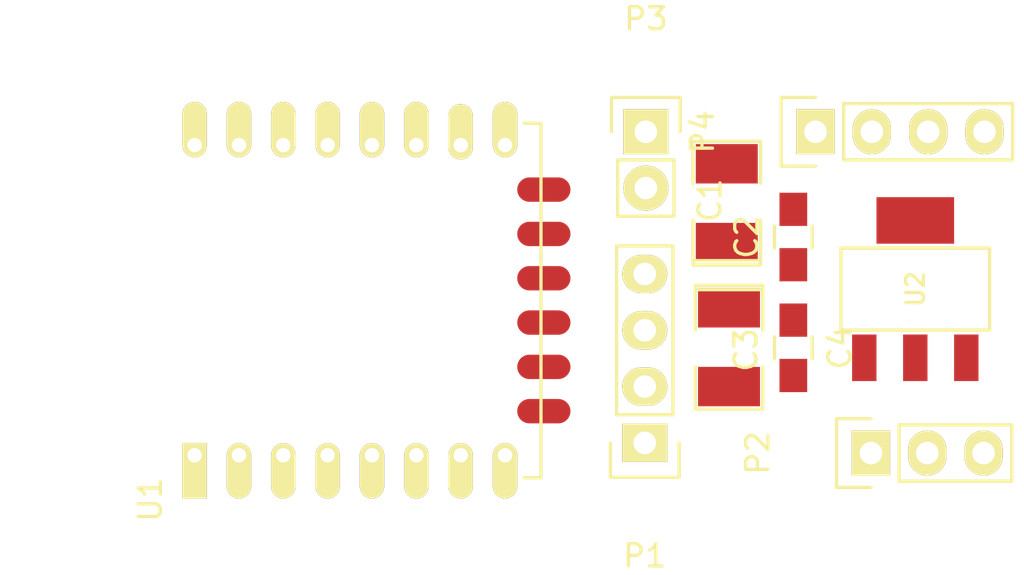
<source format=kicad_pcb>
(kicad_pcb (version 4) (host pcbnew 4.0.2+dfsg1-stable)

  (general
    (links 26)
    (no_connects 26)
    (area 130.024999 87.775 176.625001 114.179762)
    (thickness 1.6)
    (drawings 0)
    (tracks 0)
    (zones 0)
    (modules 10)
    (nets 10)
  )

  (page A4)
  (layers
    (0 F.Cu signal)
    (31 B.Cu signal)
    (32 B.Adhes user)
    (33 F.Adhes user)
    (34 B.Paste user)
    (35 F.Paste user)
    (36 B.SilkS user)
    (37 F.SilkS user)
    (38 B.Mask user)
    (39 F.Mask user)
    (40 Dwgs.User user)
    (41 Cmts.User user)
    (42 Eco1.User user)
    (43 Eco2.User user)
    (44 Edge.Cuts user)
    (45 Margin user)
    (46 B.CrtYd user)
    (47 F.CrtYd user)
    (48 B.Fab user)
    (49 F.Fab user)
  )

  (setup
    (last_trace_width 0.4)
    (trace_clearance 0.2)
    (zone_clearance 0.508)
    (zone_45_only no)
    (trace_min 0.2)
    (segment_width 0.2)
    (edge_width 0.15)
    (via_size 0.6)
    (via_drill 0.4)
    (via_min_size 0.4)
    (via_min_drill 0.3)
    (uvia_size 0.3)
    (uvia_drill 0.1)
    (uvias_allowed no)
    (uvia_min_size 0.2)
    (uvia_min_drill 0.1)
    (pcb_text_width 0.3)
    (pcb_text_size 1.5 1.5)
    (mod_edge_width 0.15)
    (mod_text_size 1 1)
    (mod_text_width 0.15)
    (pad_size 1.524 1.524)
    (pad_drill 0.762)
    (pad_to_mask_clearance 0.2)
    (aux_axis_origin 0 0)
    (visible_elements FFFFFF7F)
    (pcbplotparams
      (layerselection 0x00030_80000001)
      (usegerberextensions false)
      (excludeedgelayer true)
      (linewidth 0.100000)
      (plotframeref false)
      (viasonmask false)
      (mode 1)
      (useauxorigin false)
      (hpglpennumber 1)
      (hpglpenspeed 20)
      (hpglpendiameter 15)
      (hpglpenoverlay 2)
      (psnegative false)
      (psa4output false)
      (plotreference true)
      (plotvalue true)
      (plotinvisibletext false)
      (padsonsilk false)
      (subtractmaskfromsilk false)
      (outputformat 1)
      (mirror false)
      (drillshape 1)
      (scaleselection 1)
      (outputdirectory ""))
  )

  (net 0 "")
  (net 1 GND)
  (net 2 "Net-(P1-Pad2)")
  (net 3 "Net-(P1-Pad3)")
  (net 4 +3V3)
  (net 5 +5V)
  (net 6 BB_LINE)
  (net 7 PRG)
  (net 8 TRG)
  (net 9 ECHO)

  (net_class Default "This is the default net class."
    (clearance 0.2)
    (trace_width 0.4)
    (via_dia 0.6)
    (via_drill 0.4)
    (uvia_dia 0.3)
    (uvia_drill 0.1)
    (add_net +3V3)
    (add_net +5V)
    (add_net BB_LINE)
    (add_net ECHO)
    (add_net GND)
    (add_net "Net-(P1-Pad2)")
    (add_net "Net-(P1-Pad3)")
    (add_net PRG)
    (add_net TRG)
  )

  (module Pin_Headers:Pin_Header_Straight_1x04 (layer F.Cu) (tedit 0) (tstamp 58234DFE)
    (at 159.3 108.04 180)
    (descr "Through hole pin header")
    (tags "pin header")
    (path /58234CDA)
    (fp_text reference P1 (at 0 -5.1 180) (layer F.SilkS)
      (effects (font (size 1 1) (thickness 0.15)))
    )
    (fp_text value CONN_UART (at 0 -3.1 180) (layer F.Fab)
      (effects (font (size 1 1) (thickness 0.15)))
    )
    (fp_line (start -1.75 -1.75) (end -1.75 9.4) (layer F.CrtYd) (width 0.05))
    (fp_line (start 1.75 -1.75) (end 1.75 9.4) (layer F.CrtYd) (width 0.05))
    (fp_line (start -1.75 -1.75) (end 1.75 -1.75) (layer F.CrtYd) (width 0.05))
    (fp_line (start -1.75 9.4) (end 1.75 9.4) (layer F.CrtYd) (width 0.05))
    (fp_line (start -1.27 1.27) (end -1.27 8.89) (layer F.SilkS) (width 0.15))
    (fp_line (start 1.27 1.27) (end 1.27 8.89) (layer F.SilkS) (width 0.15))
    (fp_line (start 1.55 -1.55) (end 1.55 0) (layer F.SilkS) (width 0.15))
    (fp_line (start -1.27 8.89) (end 1.27 8.89) (layer F.SilkS) (width 0.15))
    (fp_line (start 1.27 1.27) (end -1.27 1.27) (layer F.SilkS) (width 0.15))
    (fp_line (start -1.55 0) (end -1.55 -1.55) (layer F.SilkS) (width 0.15))
    (fp_line (start -1.55 -1.55) (end 1.55 -1.55) (layer F.SilkS) (width 0.15))
    (pad 1 thru_hole rect (at 0 0 180) (size 2.032 1.7272) (drill 1.016) (layers *.Cu *.Mask F.SilkS)
      (net 1 GND))
    (pad 2 thru_hole oval (at 0 2.54 180) (size 2.032 1.7272) (drill 1.016) (layers *.Cu *.Mask F.SilkS)
      (net 2 "Net-(P1-Pad2)"))
    (pad 3 thru_hole oval (at 0 5.08 180) (size 2.032 1.7272) (drill 1.016) (layers *.Cu *.Mask F.SilkS)
      (net 3 "Net-(P1-Pad3)"))
    (pad 4 thru_hole oval (at 0 7.62 180) (size 2.032 1.7272) (drill 1.016) (layers *.Cu *.Mask F.SilkS)
      (net 4 +3V3))
    (model Pin_Headers.3dshapes/Pin_Header_Straight_1x04.wrl
      (at (xyz 0 -0.15 0))
      (scale (xyz 1 1 1))
      (rotate (xyz 0 0 90))
    )
  )

  (module ESP8266:ESP-12E (layer F.Cu) (tedit 559F8D21) (tstamp 58234E18)
    (at 139 108.6 90)
    (descr "Module, ESP-8266, ESP-12, 16 pad, SMD")
    (tags "Module ESP-8266 ESP8266")
    (path /58234C87)
    (fp_text reference U1 (at -2 -2 90) (layer F.SilkS)
      (effects (font (size 1 1) (thickness 0.15)))
    )
    (fp_text value ESP-12E (at 8 1 90) (layer F.Fab)
      (effects (font (size 1 1) (thickness 0.15)))
    )
    (fp_line (start -2.25 -0.5) (end -2.25 -8.75) (layer F.CrtYd) (width 0.05))
    (fp_line (start -2.25 -8.75) (end 15.25 -8.75) (layer F.CrtYd) (width 0.05))
    (fp_line (start 15.25 -8.75) (end 16.25 -8.75) (layer F.CrtYd) (width 0.05))
    (fp_line (start 16.25 -8.75) (end 16.25 16) (layer F.CrtYd) (width 0.05))
    (fp_line (start 16.25 16) (end -2.25 16) (layer F.CrtYd) (width 0.05))
    (fp_line (start -2.25 16) (end -2.25 -0.5) (layer F.CrtYd) (width 0.05))
    (fp_line (start -1.016 -8.382) (end 14.986 -8.382) (layer F.CrtYd) (width 0.1524))
    (fp_line (start 14.986 -8.382) (end 14.986 -0.889) (layer F.CrtYd) (width 0.1524))
    (fp_line (start -1.016 -8.382) (end -1.016 -1.016) (layer F.CrtYd) (width 0.1524))
    (fp_line (start -1.016 14.859) (end -1.016 15.621) (layer F.SilkS) (width 0.1524))
    (fp_line (start -1.016 15.621) (end 14.986 15.621) (layer F.SilkS) (width 0.1524))
    (fp_line (start 14.986 15.621) (end 14.986 14.859) (layer F.SilkS) (width 0.1524))
    (fp_line (start 14.992 -8.4) (end -1.008 -2.6) (layer F.CrtYd) (width 0.1524))
    (fp_line (start -1.008 -8.4) (end 14.992 -2.6) (layer F.CrtYd) (width 0.1524))
    (fp_text user "No Copper" (at 6.892 -5.4 90) (layer F.CrtYd)
      (effects (font (size 1 1) (thickness 0.15)))
    )
    (fp_line (start -1.008 -2.6) (end 14.992 -2.6) (layer F.CrtYd) (width 0.1524))
    (fp_line (start 15 -8.4) (end 15 15.6) (layer F.Fab) (width 0.05))
    (fp_line (start 14.992 15.6) (end -1.008 15.6) (layer F.Fab) (width 0.05))
    (fp_line (start -1.008 15.6) (end -1.008 -8.4) (layer F.Fab) (width 0.05))
    (fp_line (start -1.008 -8.4) (end 14.992 -8.4) (layer F.Fab) (width 0.05))
    (pad 1 thru_hole rect (at 0 0 90) (size 2.5 1.1) (drill 0.65 (offset -0.7 0)) (layers *.Cu *.Mask F.SilkS))
    (pad 2 thru_hole oval (at 0 2 90) (size 2.5 1.1) (drill 0.65 (offset -0.7 0)) (layers *.Cu *.Mask F.SilkS))
    (pad 3 thru_hole oval (at 0 4 90) (size 2.5 1.1) (drill 0.65 (offset -0.7 0)) (layers *.Cu *.Mask F.SilkS)
      (net 4 +3V3))
    (pad 4 thru_hole oval (at 0 6 90) (size 2.5 1.1) (drill 0.65 (offset -0.7 0)) (layers *.Cu *.Mask F.SilkS))
    (pad 5 thru_hole oval (at 0 8 90) (size 2.5 1.1) (drill 0.65 (offset -0.7 0)) (layers *.Cu *.Mask F.SilkS)
      (net 6 BB_LINE))
    (pad 6 thru_hole oval (at 0 10 90) (size 2.5 1.1) (drill 0.65 (offset -0.7 0)) (layers *.Cu *.Mask F.SilkS)
      (net 9 ECHO))
    (pad 7 thru_hole oval (at 0 12 90) (size 2.5 1.1) (drill 0.65 (offset -0.7 0)) (layers *.Cu *.Mask F.SilkS)
      (net 8 TRG))
    (pad 8 thru_hole oval (at 0 14 90) (size 2.5 1.1) (drill 0.65 (offset -0.7 0)) (layers *.Cu *.Mask F.SilkS)
      (net 4 +3V3))
    (pad 9 smd oval (at 1.99 15.75 180) (size 2.4 1.1) (layers F.Cu F.Paste F.Mask))
    (pad 10 smd oval (at 3.99 15.75 180) (size 2.4 1.1) (layers F.Cu F.Paste F.Mask))
    (pad 11 smd oval (at 5.99 15.75 180) (size 2.4 1.1) (layers F.Cu F.Paste F.Mask))
    (pad 12 smd oval (at 7.99 15.75 180) (size 2.4 1.1) (layers F.Cu F.Paste F.Mask))
    (pad 13 smd oval (at 9.99 15.75 180) (size 2.4 1.1) (layers F.Cu F.Paste F.Mask))
    (pad 14 smd oval (at 11.99 15.75 180) (size 2.4 1.1) (layers F.Cu F.Paste F.Mask))
    (pad 15 thru_hole oval (at 14 14 90) (size 2.5 1.1) (drill 0.65 (offset 0.7 0)) (layers *.Cu *.Mask F.SilkS)
      (net 1 GND))
    (pad 16 thru_hole oval (at 14 12 90) (size 2.5 1.1) (drill 0.65 (offset 0.6 0)) (layers *.Cu *.Mask F.SilkS)
      (net 1 GND))
    (pad 17 thru_hole oval (at 14 10 90) (size 2.5 1.1) (drill 0.65 (offset 0.7 0)) (layers *.Cu *.Mask F.SilkS)
      (net 4 +3V3))
    (pad 18 thru_hole oval (at 14 8 90) (size 2.5 1.1) (drill 0.65 (offset 0.7 0)) (layers *.Cu *.Mask F.SilkS)
      (net 7 PRG))
    (pad 19 thru_hole oval (at 14 6 90) (size 2.5 1.1) (drill 0.65 (offset 0.7 0)) (layers *.Cu *.Mask F.SilkS))
    (pad 20 thru_hole oval (at 14 4 90) (size 2.5 1.1) (drill 0.65 (offset 0.7 0)) (layers *.Cu *.Mask F.SilkS))
    (pad 21 thru_hole oval (at 14 2 90) (size 2.5 1.1) (drill 0.65 (offset 0.7 0)) (layers *.Cu *.Mask F.SilkS)
      (net 3 "Net-(P1-Pad3)"))
    (pad 22 thru_hole oval (at 14 0 90) (size 2.5 1.1) (drill 0.65 (offset 0.7 0)) (layers *.Cu *.Mask F.SilkS)
      (net 2 "Net-(P1-Pad2)"))
    (model ${ESPLIB}/ESP8266.3dshapes/ESP-12.wrl
      (at (xyz 0.04 0 0))
      (scale (xyz 0.3937 0.3937 0.3937))
      (rotate (xyz 0 0 0))
    )
  )

  (module SMD_Packages:SMD-1210_Pol (layer F.Cu) (tedit 0) (tstamp 58235571)
    (at 163 97.222 90)
    (tags "CMS SM")
    (path /58235378)
    (attr smd)
    (fp_text reference C1 (at 0.127 -0.762 90) (layer F.SilkS)
      (effects (font (size 1 1) (thickness 0.15)))
    )
    (fp_text value CP (at 0 0.762 90) (layer F.Fab)
      (effects (font (size 1 1) (thickness 0.15)))
    )
    (fp_line (start -2.794 -1.524) (end -2.794 1.524) (layer F.SilkS) (width 0.15))
    (fp_line (start 0.889 1.524) (end 2.794 1.524) (layer F.SilkS) (width 0.15))
    (fp_line (start 2.794 1.524) (end 2.794 -1.524) (layer F.SilkS) (width 0.15))
    (fp_line (start 2.794 -1.524) (end 0.889 -1.524) (layer F.SilkS) (width 0.15))
    (fp_line (start -0.762 -1.524) (end -2.794 -1.524) (layer F.SilkS) (width 0.15))
    (fp_line (start -2.594 -1.524) (end -2.594 1.524) (layer F.SilkS) (width 0.15))
    (fp_line (start -2.794 1.524) (end -0.762 1.524) (layer F.SilkS) (width 0.15))
    (pad 1 smd rect (at -1.778 0 90) (size 1.778 2.794) (layers F.Cu F.Paste F.Mask)
      (net 5 +5V))
    (pad 2 smd rect (at 1.778 0 90) (size 1.778 2.794) (layers F.Cu F.Paste F.Mask)
      (net 1 GND))
    (model SMD_Packages.3dshapes/SMD-1210_Pol.wrl
      (at (xyz 0 0 0))
      (scale (xyz 0.2 0.2 0.2))
      (rotate (xyz 0 0 0))
    )
  )

  (module Capacitors_SMD:C_0805_HandSoldering (layer F.Cu) (tedit 541A9B8D) (tstamp 58235577)
    (at 166 98.75 90)
    (descr "Capacitor SMD 0805, hand soldering")
    (tags "capacitor 0805")
    (path /58235343)
    (attr smd)
    (fp_text reference C2 (at 0 -2.1 90) (layer F.SilkS)
      (effects (font (size 1 1) (thickness 0.15)))
    )
    (fp_text value C (at 0 2.1 90) (layer F.Fab)
      (effects (font (size 1 1) (thickness 0.15)))
    )
    (fp_line (start -2.3 -1) (end 2.3 -1) (layer F.CrtYd) (width 0.05))
    (fp_line (start -2.3 1) (end 2.3 1) (layer F.CrtYd) (width 0.05))
    (fp_line (start -2.3 -1) (end -2.3 1) (layer F.CrtYd) (width 0.05))
    (fp_line (start 2.3 -1) (end 2.3 1) (layer F.CrtYd) (width 0.05))
    (fp_line (start 0.5 -0.85) (end -0.5 -0.85) (layer F.SilkS) (width 0.15))
    (fp_line (start -0.5 0.85) (end 0.5 0.85) (layer F.SilkS) (width 0.15))
    (pad 1 smd rect (at -1.25 0 90) (size 1.5 1.25) (layers F.Cu F.Paste F.Mask)
      (net 5 +5V))
    (pad 2 smd rect (at 1.25 0 90) (size 1.5 1.25) (layers F.Cu F.Paste F.Mask)
      (net 1 GND))
    (model Capacitors_SMD.3dshapes/C_0805_HandSoldering.wrl
      (at (xyz 0 0 0))
      (scale (xyz 1 1 1))
      (rotate (xyz 0 0 0))
    )
  )

  (module SMD_Packages:SMD-1210_Pol (layer F.Cu) (tedit 0) (tstamp 5823557D)
    (at 163.1 103.722 270)
    (tags "CMS SM")
    (path /58235437)
    (attr smd)
    (fp_text reference C3 (at 0.127 -0.762 270) (layer F.SilkS)
      (effects (font (size 1 1) (thickness 0.15)))
    )
    (fp_text value CP (at 0 0.762 270) (layer F.Fab)
      (effects (font (size 1 1) (thickness 0.15)))
    )
    (fp_line (start -2.794 -1.524) (end -2.794 1.524) (layer F.SilkS) (width 0.15))
    (fp_line (start 0.889 1.524) (end 2.794 1.524) (layer F.SilkS) (width 0.15))
    (fp_line (start 2.794 1.524) (end 2.794 -1.524) (layer F.SilkS) (width 0.15))
    (fp_line (start 2.794 -1.524) (end 0.889 -1.524) (layer F.SilkS) (width 0.15))
    (fp_line (start -0.762 -1.524) (end -2.794 -1.524) (layer F.SilkS) (width 0.15))
    (fp_line (start -2.594 -1.524) (end -2.594 1.524) (layer F.SilkS) (width 0.15))
    (fp_line (start -2.794 1.524) (end -0.762 1.524) (layer F.SilkS) (width 0.15))
    (pad 1 smd rect (at -1.778 0 270) (size 1.778 2.794) (layers F.Cu F.Paste F.Mask)
      (net 4 +3V3))
    (pad 2 smd rect (at 1.778 0 270) (size 1.778 2.794) (layers F.Cu F.Paste F.Mask)
      (net 1 GND))
    (model SMD_Packages.3dshapes/SMD-1210_Pol.wrl
      (at (xyz 0 0 0))
      (scale (xyz 0.2 0.2 0.2))
      (rotate (xyz 0 0 0))
    )
  )

  (module Capacitors_SMD:C_0805_HandSoldering (layer F.Cu) (tedit 541A9B8D) (tstamp 58235583)
    (at 166 103.75 270)
    (descr "Capacitor SMD 0805, hand soldering")
    (tags "capacitor 0805")
    (path /58235431)
    (attr smd)
    (fp_text reference C4 (at 0 -2.1 270) (layer F.SilkS)
      (effects (font (size 1 1) (thickness 0.15)))
    )
    (fp_text value C (at 0 2.1 270) (layer F.Fab)
      (effects (font (size 1 1) (thickness 0.15)))
    )
    (fp_line (start -2.3 -1) (end 2.3 -1) (layer F.CrtYd) (width 0.05))
    (fp_line (start -2.3 1) (end 2.3 1) (layer F.CrtYd) (width 0.05))
    (fp_line (start -2.3 -1) (end -2.3 1) (layer F.CrtYd) (width 0.05))
    (fp_line (start 2.3 -1) (end 2.3 1) (layer F.CrtYd) (width 0.05))
    (fp_line (start 0.5 -0.85) (end -0.5 -0.85) (layer F.SilkS) (width 0.15))
    (fp_line (start -0.5 0.85) (end 0.5 0.85) (layer F.SilkS) (width 0.15))
    (pad 1 smd rect (at -1.25 0 270) (size 1.5 1.25) (layers F.Cu F.Paste F.Mask)
      (net 4 +3V3))
    (pad 2 smd rect (at 1.25 0 270) (size 1.5 1.25) (layers F.Cu F.Paste F.Mask)
      (net 1 GND))
    (model Capacitors_SMD.3dshapes/C_0805_HandSoldering.wrl
      (at (xyz 0 0 0))
      (scale (xyz 1 1 1))
      (rotate (xyz 0 0 0))
    )
  )

  (module Pin_Headers:Pin_Header_Straight_1x03 (layer F.Cu) (tedit 0) (tstamp 5823558A)
    (at 169.5 108.5 90)
    (descr "Through hole pin header")
    (tags "pin header")
    (path /58235106)
    (fp_text reference P2 (at 0 -5.1 90) (layer F.SilkS)
      (effects (font (size 1 1) (thickness 0.15)))
    )
    (fp_text value CONN_WS2812 (at 0 -3.1 90) (layer F.Fab)
      (effects (font (size 1 1) (thickness 0.15)))
    )
    (fp_line (start -1.75 -1.75) (end -1.75 6.85) (layer F.CrtYd) (width 0.05))
    (fp_line (start 1.75 -1.75) (end 1.75 6.85) (layer F.CrtYd) (width 0.05))
    (fp_line (start -1.75 -1.75) (end 1.75 -1.75) (layer F.CrtYd) (width 0.05))
    (fp_line (start -1.75 6.85) (end 1.75 6.85) (layer F.CrtYd) (width 0.05))
    (fp_line (start -1.27 1.27) (end -1.27 6.35) (layer F.SilkS) (width 0.15))
    (fp_line (start -1.27 6.35) (end 1.27 6.35) (layer F.SilkS) (width 0.15))
    (fp_line (start 1.27 6.35) (end 1.27 1.27) (layer F.SilkS) (width 0.15))
    (fp_line (start 1.55 -1.55) (end 1.55 0) (layer F.SilkS) (width 0.15))
    (fp_line (start 1.27 1.27) (end -1.27 1.27) (layer F.SilkS) (width 0.15))
    (fp_line (start -1.55 0) (end -1.55 -1.55) (layer F.SilkS) (width 0.15))
    (fp_line (start -1.55 -1.55) (end 1.55 -1.55) (layer F.SilkS) (width 0.15))
    (pad 1 thru_hole rect (at 0 0 90) (size 2.032 1.7272) (drill 1.016) (layers *.Cu *.Mask F.SilkS)
      (net 4 +3V3))
    (pad 2 thru_hole oval (at 0 2.54 90) (size 2.032 1.7272) (drill 1.016) (layers *.Cu *.Mask F.SilkS)
      (net 6 BB_LINE))
    (pad 3 thru_hole oval (at 0 5.08 90) (size 2.032 1.7272) (drill 1.016) (layers *.Cu *.Mask F.SilkS)
      (net 1 GND))
    (model Pin_Headers.3dshapes/Pin_Header_Straight_1x03.wrl
      (at (xyz 0 -0.1 0))
      (scale (xyz 1 1 1))
      (rotate (xyz 0 0 90))
    )
  )

  (module Pin_Headers:Pin_Header_Straight_1x02 (layer F.Cu) (tedit 54EA090C) (tstamp 58235590)
    (at 159.35 94)
    (descr "Through hole pin header")
    (tags "pin header")
    (path /58235E04)
    (fp_text reference P3 (at 0 -5.1) (layer F.SilkS)
      (effects (font (size 1 1) (thickness 0.15)))
    )
    (fp_text value CONN_01X02 (at 0 -3.1) (layer F.Fab)
      (effects (font (size 1 1) (thickness 0.15)))
    )
    (fp_line (start 1.27 1.27) (end 1.27 3.81) (layer F.SilkS) (width 0.15))
    (fp_line (start 1.55 -1.55) (end 1.55 0) (layer F.SilkS) (width 0.15))
    (fp_line (start -1.75 -1.75) (end -1.75 4.3) (layer F.CrtYd) (width 0.05))
    (fp_line (start 1.75 -1.75) (end 1.75 4.3) (layer F.CrtYd) (width 0.05))
    (fp_line (start -1.75 -1.75) (end 1.75 -1.75) (layer F.CrtYd) (width 0.05))
    (fp_line (start -1.75 4.3) (end 1.75 4.3) (layer F.CrtYd) (width 0.05))
    (fp_line (start 1.27 1.27) (end -1.27 1.27) (layer F.SilkS) (width 0.15))
    (fp_line (start -1.55 0) (end -1.55 -1.55) (layer F.SilkS) (width 0.15))
    (fp_line (start -1.55 -1.55) (end 1.55 -1.55) (layer F.SilkS) (width 0.15))
    (fp_line (start -1.27 1.27) (end -1.27 3.81) (layer F.SilkS) (width 0.15))
    (fp_line (start -1.27 3.81) (end 1.27 3.81) (layer F.SilkS) (width 0.15))
    (pad 1 thru_hole rect (at 0 0) (size 2.032 2.032) (drill 1.016) (layers *.Cu *.Mask F.SilkS)
      (net 1 GND))
    (pad 2 thru_hole oval (at 0 2.54) (size 2.032 2.032) (drill 1.016) (layers *.Cu *.Mask F.SilkS)
      (net 7 PRG))
    (model Pin_Headers.3dshapes/Pin_Header_Straight_1x02.wrl
      (at (xyz 0 -0.05 0))
      (scale (xyz 1 1 1))
      (rotate (xyz 0 0 90))
    )
  )

  (module Pin_Headers:Pin_Header_Straight_1x04 (layer F.Cu) (tedit 0) (tstamp 58235598)
    (at 167 94 90)
    (descr "Through hole pin header")
    (tags "pin header")
    (path /58235C49)
    (fp_text reference P4 (at 0 -5.1 90) (layer F.SilkS)
      (effects (font (size 1 1) (thickness 0.15)))
    )
    (fp_text value CONN_US (at 0 -3.1 90) (layer F.Fab)
      (effects (font (size 1 1) (thickness 0.15)))
    )
    (fp_line (start -1.75 -1.75) (end -1.75 9.4) (layer F.CrtYd) (width 0.05))
    (fp_line (start 1.75 -1.75) (end 1.75 9.4) (layer F.CrtYd) (width 0.05))
    (fp_line (start -1.75 -1.75) (end 1.75 -1.75) (layer F.CrtYd) (width 0.05))
    (fp_line (start -1.75 9.4) (end 1.75 9.4) (layer F.CrtYd) (width 0.05))
    (fp_line (start -1.27 1.27) (end -1.27 8.89) (layer F.SilkS) (width 0.15))
    (fp_line (start 1.27 1.27) (end 1.27 8.89) (layer F.SilkS) (width 0.15))
    (fp_line (start 1.55 -1.55) (end 1.55 0) (layer F.SilkS) (width 0.15))
    (fp_line (start -1.27 8.89) (end 1.27 8.89) (layer F.SilkS) (width 0.15))
    (fp_line (start 1.27 1.27) (end -1.27 1.27) (layer F.SilkS) (width 0.15))
    (fp_line (start -1.55 0) (end -1.55 -1.55) (layer F.SilkS) (width 0.15))
    (fp_line (start -1.55 -1.55) (end 1.55 -1.55) (layer F.SilkS) (width 0.15))
    (pad 1 thru_hole rect (at 0 0 90) (size 2.032 1.7272) (drill 1.016) (layers *.Cu *.Mask F.SilkS)
      (net 4 +3V3))
    (pad 2 thru_hole oval (at 0 2.54 90) (size 2.032 1.7272) (drill 1.016) (layers *.Cu *.Mask F.SilkS)
      (net 8 TRG))
    (pad 3 thru_hole oval (at 0 5.08 90) (size 2.032 1.7272) (drill 1.016) (layers *.Cu *.Mask F.SilkS)
      (net 9 ECHO))
    (pad 4 thru_hole oval (at 0 7.62 90) (size 2.032 1.7272) (drill 1.016) (layers *.Cu *.Mask F.SilkS)
      (net 1 GND))
    (model Pin_Headers.3dshapes/Pin_Header_Straight_1x04.wrl
      (at (xyz 0 -0.15 0))
      (scale (xyz 1 1 1))
      (rotate (xyz 0 0 90))
    )
  )

  (module so23-8:SOT-223 (layer F.Cu) (tedit 54CBE372) (tstamp 58235599)
    (at 171.5 101.1 90)
    (path /582352DC)
    (attr smd)
    (fp_text reference U2 (at 0 0 90) (layer F.SilkS)
      (effects (font (size 0.8 0.8) (thickness 0.15)))
    )
    (fp_text value AP1117 (at 0 0 90) (layer F.Fab)
      (effects (font (size 0.8 0.8) (thickness 0.15)))
    )
    (fp_line (start -1.85 -3.35) (end 1.85 -3.35) (layer F.SilkS) (width 0.15))
    (fp_line (start 1.85 -3.35) (end 1.85 3.35) (layer F.SilkS) (width 0.15))
    (fp_line (start 1.85 3.35) (end -1.85 3.35) (layer F.SilkS) (width 0.15))
    (fp_line (start -1.85 3.35) (end -1.85 -3.35) (layer F.SilkS) (width 0.15))
    (fp_line (start -4.4 -3.6) (end 4.4 -3.6) (layer F.CrtYd) (width 0.15))
    (fp_line (start 4.4 -3.6) (end 4.4 3.6) (layer F.CrtYd) (width 0.15))
    (fp_line (start 4.4 3.6) (end -4.4 3.6) (layer F.CrtYd) (width 0.15))
    (fp_line (start -4.4 3.6) (end -4.4 -3.6) (layer F.CrtYd) (width 0.15))
    (fp_line (start -1.85 -3.35) (end 1.85 -3.35) (layer F.Fab) (width 0.15))
    (fp_line (start 1.85 -3.35) (end 1.85 3.35) (layer F.Fab) (width 0.15))
    (fp_line (start 1.85 3.35) (end -1.85 3.35) (layer F.Fab) (width 0.15))
    (fp_line (start -1.85 3.35) (end -1.85 -3.35) (layer F.Fab) (width 0.15))
    (pad 1 smd rect (at -3.1 -2.3 270) (size 2.1 1.1) (layers F.Cu F.Paste F.Mask)
      (net 1 GND))
    (pad 2 smd rect (at -3.1 0 270) (size 2.1 1.1) (layers F.Cu F.Paste F.Mask)
      (net 4 +3V3))
    (pad 3 smd rect (at -3.1 2.3 270) (size 2.1 1.1) (layers F.Cu F.Paste F.Mask)
      (net 5 +5V))
    (pad 4 smd rect (at 3.1 0 270) (size 2.1 3.5) (layers F.Cu F.Paste F.Mask))
    (model smd_trans/sot223.wrl
      (at (xyz 0 0 0))
      (scale (xyz 1 1 1))
      (rotate (xyz 0 0 90))
    )
  )

)

</source>
